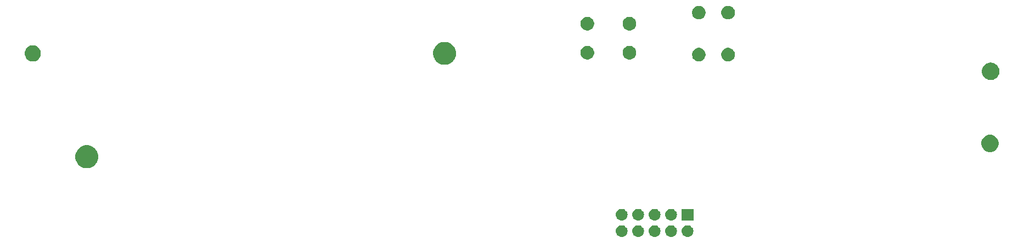
<source format=gbr>
G04 #@! TF.GenerationSoftware,KiCad,Pcbnew,5.0.2-bee76a0~70~ubuntu18.10.1*
G04 #@! TF.CreationDate,2019-05-29T11:20:30+10:00*
G04 #@! TF.ProjectId,ecig,65636967-2e6b-4696-9361-645f70636258,rev?*
G04 #@! TF.SameCoordinates,Original*
G04 #@! TF.FileFunction,Soldermask,Bot*
G04 #@! TF.FilePolarity,Negative*
%FSLAX46Y46*%
G04 Gerber Fmt 4.6, Leading zero omitted, Abs format (unit mm)*
G04 Created by KiCad (PCBNEW 5.0.2-bee76a0~70~ubuntu18.10.1) date Wed 29 May 2019 11:20:30 AEST*
%MOMM*%
%LPD*%
G01*
G04 APERTURE LIST*
%ADD10C,0.100000*%
G04 APERTURE END LIST*
D10*
G36*
X164670443Y-110095519D02*
X164736627Y-110102037D01*
X164849853Y-110136384D01*
X164906467Y-110153557D01*
X165045087Y-110227652D01*
X165062991Y-110237222D01*
X165098729Y-110266552D01*
X165200186Y-110349814D01*
X165283448Y-110451271D01*
X165312778Y-110487009D01*
X165312779Y-110487011D01*
X165396443Y-110643533D01*
X165396443Y-110643534D01*
X165447963Y-110813373D01*
X165465359Y-110990000D01*
X165447963Y-111166627D01*
X165413616Y-111279853D01*
X165396443Y-111336467D01*
X165322348Y-111475087D01*
X165312778Y-111492991D01*
X165283448Y-111528729D01*
X165200186Y-111630186D01*
X165098729Y-111713448D01*
X165062991Y-111742778D01*
X165062989Y-111742779D01*
X164906467Y-111826443D01*
X164849853Y-111843616D01*
X164736627Y-111877963D01*
X164670442Y-111884482D01*
X164604260Y-111891000D01*
X164515740Y-111891000D01*
X164449558Y-111884482D01*
X164383373Y-111877963D01*
X164270147Y-111843616D01*
X164213533Y-111826443D01*
X164057011Y-111742779D01*
X164057009Y-111742778D01*
X164021271Y-111713448D01*
X163919814Y-111630186D01*
X163836552Y-111528729D01*
X163807222Y-111492991D01*
X163797652Y-111475087D01*
X163723557Y-111336467D01*
X163706384Y-111279853D01*
X163672037Y-111166627D01*
X163654641Y-110990000D01*
X163672037Y-110813373D01*
X163723557Y-110643534D01*
X163723557Y-110643533D01*
X163807221Y-110487011D01*
X163807222Y-110487009D01*
X163836552Y-110451271D01*
X163919814Y-110349814D01*
X164021271Y-110266552D01*
X164057009Y-110237222D01*
X164074913Y-110227652D01*
X164213533Y-110153557D01*
X164270147Y-110136384D01*
X164383373Y-110102037D01*
X164449557Y-110095519D01*
X164515740Y-110089000D01*
X164604260Y-110089000D01*
X164670443Y-110095519D01*
X164670443Y-110095519D01*
G37*
G36*
X159590443Y-110095519D02*
X159656627Y-110102037D01*
X159769853Y-110136384D01*
X159826467Y-110153557D01*
X159965087Y-110227652D01*
X159982991Y-110237222D01*
X160018729Y-110266552D01*
X160120186Y-110349814D01*
X160203448Y-110451271D01*
X160232778Y-110487009D01*
X160232779Y-110487011D01*
X160316443Y-110643533D01*
X160316443Y-110643534D01*
X160367963Y-110813373D01*
X160385359Y-110990000D01*
X160367963Y-111166627D01*
X160333616Y-111279853D01*
X160316443Y-111336467D01*
X160242348Y-111475087D01*
X160232778Y-111492991D01*
X160203448Y-111528729D01*
X160120186Y-111630186D01*
X160018729Y-111713448D01*
X159982991Y-111742778D01*
X159982989Y-111742779D01*
X159826467Y-111826443D01*
X159769853Y-111843616D01*
X159656627Y-111877963D01*
X159590442Y-111884482D01*
X159524260Y-111891000D01*
X159435740Y-111891000D01*
X159369558Y-111884482D01*
X159303373Y-111877963D01*
X159190147Y-111843616D01*
X159133533Y-111826443D01*
X158977011Y-111742779D01*
X158977009Y-111742778D01*
X158941271Y-111713448D01*
X158839814Y-111630186D01*
X158756552Y-111528729D01*
X158727222Y-111492991D01*
X158717652Y-111475087D01*
X158643557Y-111336467D01*
X158626384Y-111279853D01*
X158592037Y-111166627D01*
X158574641Y-110990000D01*
X158592037Y-110813373D01*
X158643557Y-110643534D01*
X158643557Y-110643533D01*
X158727221Y-110487011D01*
X158727222Y-110487009D01*
X158756552Y-110451271D01*
X158839814Y-110349814D01*
X158941271Y-110266552D01*
X158977009Y-110237222D01*
X158994913Y-110227652D01*
X159133533Y-110153557D01*
X159190147Y-110136384D01*
X159303373Y-110102037D01*
X159369557Y-110095519D01*
X159435740Y-110089000D01*
X159524260Y-110089000D01*
X159590443Y-110095519D01*
X159590443Y-110095519D01*
G37*
G36*
X157050443Y-110095519D02*
X157116627Y-110102037D01*
X157229853Y-110136384D01*
X157286467Y-110153557D01*
X157425087Y-110227652D01*
X157442991Y-110237222D01*
X157478729Y-110266552D01*
X157580186Y-110349814D01*
X157663448Y-110451271D01*
X157692778Y-110487009D01*
X157692779Y-110487011D01*
X157776443Y-110643533D01*
X157776443Y-110643534D01*
X157827963Y-110813373D01*
X157845359Y-110990000D01*
X157827963Y-111166627D01*
X157793616Y-111279853D01*
X157776443Y-111336467D01*
X157702348Y-111475087D01*
X157692778Y-111492991D01*
X157663448Y-111528729D01*
X157580186Y-111630186D01*
X157478729Y-111713448D01*
X157442991Y-111742778D01*
X157442989Y-111742779D01*
X157286467Y-111826443D01*
X157229853Y-111843616D01*
X157116627Y-111877963D01*
X157050442Y-111884482D01*
X156984260Y-111891000D01*
X156895740Y-111891000D01*
X156829558Y-111884482D01*
X156763373Y-111877963D01*
X156650147Y-111843616D01*
X156593533Y-111826443D01*
X156437011Y-111742779D01*
X156437009Y-111742778D01*
X156401271Y-111713448D01*
X156299814Y-111630186D01*
X156216552Y-111528729D01*
X156187222Y-111492991D01*
X156177652Y-111475087D01*
X156103557Y-111336467D01*
X156086384Y-111279853D01*
X156052037Y-111166627D01*
X156034641Y-110990000D01*
X156052037Y-110813373D01*
X156103557Y-110643534D01*
X156103557Y-110643533D01*
X156187221Y-110487011D01*
X156187222Y-110487009D01*
X156216552Y-110451271D01*
X156299814Y-110349814D01*
X156401271Y-110266552D01*
X156437009Y-110237222D01*
X156454913Y-110227652D01*
X156593533Y-110153557D01*
X156650147Y-110136384D01*
X156763373Y-110102037D01*
X156829557Y-110095519D01*
X156895740Y-110089000D01*
X156984260Y-110089000D01*
X157050443Y-110095519D01*
X157050443Y-110095519D01*
G37*
G36*
X154510443Y-110095519D02*
X154576627Y-110102037D01*
X154689853Y-110136384D01*
X154746467Y-110153557D01*
X154885087Y-110227652D01*
X154902991Y-110237222D01*
X154938729Y-110266552D01*
X155040186Y-110349814D01*
X155123448Y-110451271D01*
X155152778Y-110487009D01*
X155152779Y-110487011D01*
X155236443Y-110643533D01*
X155236443Y-110643534D01*
X155287963Y-110813373D01*
X155305359Y-110990000D01*
X155287963Y-111166627D01*
X155253616Y-111279853D01*
X155236443Y-111336467D01*
X155162348Y-111475087D01*
X155152778Y-111492991D01*
X155123448Y-111528729D01*
X155040186Y-111630186D01*
X154938729Y-111713448D01*
X154902991Y-111742778D01*
X154902989Y-111742779D01*
X154746467Y-111826443D01*
X154689853Y-111843616D01*
X154576627Y-111877963D01*
X154510442Y-111884482D01*
X154444260Y-111891000D01*
X154355740Y-111891000D01*
X154289558Y-111884482D01*
X154223373Y-111877963D01*
X154110147Y-111843616D01*
X154053533Y-111826443D01*
X153897011Y-111742779D01*
X153897009Y-111742778D01*
X153861271Y-111713448D01*
X153759814Y-111630186D01*
X153676552Y-111528729D01*
X153647222Y-111492991D01*
X153637652Y-111475087D01*
X153563557Y-111336467D01*
X153546384Y-111279853D01*
X153512037Y-111166627D01*
X153494641Y-110990000D01*
X153512037Y-110813373D01*
X153563557Y-110643534D01*
X153563557Y-110643533D01*
X153647221Y-110487011D01*
X153647222Y-110487009D01*
X153676552Y-110451271D01*
X153759814Y-110349814D01*
X153861271Y-110266552D01*
X153897009Y-110237222D01*
X153914913Y-110227652D01*
X154053533Y-110153557D01*
X154110147Y-110136384D01*
X154223373Y-110102037D01*
X154289557Y-110095519D01*
X154355740Y-110089000D01*
X154444260Y-110089000D01*
X154510443Y-110095519D01*
X154510443Y-110095519D01*
G37*
G36*
X162130443Y-110095519D02*
X162196627Y-110102037D01*
X162309853Y-110136384D01*
X162366467Y-110153557D01*
X162505087Y-110227652D01*
X162522991Y-110237222D01*
X162558729Y-110266552D01*
X162660186Y-110349814D01*
X162743448Y-110451271D01*
X162772778Y-110487009D01*
X162772779Y-110487011D01*
X162856443Y-110643533D01*
X162856443Y-110643534D01*
X162907963Y-110813373D01*
X162925359Y-110990000D01*
X162907963Y-111166627D01*
X162873616Y-111279853D01*
X162856443Y-111336467D01*
X162782348Y-111475087D01*
X162772778Y-111492991D01*
X162743448Y-111528729D01*
X162660186Y-111630186D01*
X162558729Y-111713448D01*
X162522991Y-111742778D01*
X162522989Y-111742779D01*
X162366467Y-111826443D01*
X162309853Y-111843616D01*
X162196627Y-111877963D01*
X162130442Y-111884482D01*
X162064260Y-111891000D01*
X161975740Y-111891000D01*
X161909558Y-111884482D01*
X161843373Y-111877963D01*
X161730147Y-111843616D01*
X161673533Y-111826443D01*
X161517011Y-111742779D01*
X161517009Y-111742778D01*
X161481271Y-111713448D01*
X161379814Y-111630186D01*
X161296552Y-111528729D01*
X161267222Y-111492991D01*
X161257652Y-111475087D01*
X161183557Y-111336467D01*
X161166384Y-111279853D01*
X161132037Y-111166627D01*
X161114641Y-110990000D01*
X161132037Y-110813373D01*
X161183557Y-110643534D01*
X161183557Y-110643533D01*
X161267221Y-110487011D01*
X161267222Y-110487009D01*
X161296552Y-110451271D01*
X161379814Y-110349814D01*
X161481271Y-110266552D01*
X161517009Y-110237222D01*
X161534913Y-110227652D01*
X161673533Y-110153557D01*
X161730147Y-110136384D01*
X161843373Y-110102037D01*
X161909557Y-110095519D01*
X161975740Y-110089000D01*
X162064260Y-110089000D01*
X162130443Y-110095519D01*
X162130443Y-110095519D01*
G37*
G36*
X157050442Y-107555518D02*
X157116627Y-107562037D01*
X157229853Y-107596384D01*
X157286467Y-107613557D01*
X157425087Y-107687652D01*
X157442991Y-107697222D01*
X157478729Y-107726552D01*
X157580186Y-107809814D01*
X157663448Y-107911271D01*
X157692778Y-107947009D01*
X157692779Y-107947011D01*
X157776443Y-108103533D01*
X157776443Y-108103534D01*
X157827963Y-108273373D01*
X157845359Y-108450000D01*
X157827963Y-108626627D01*
X157793616Y-108739853D01*
X157776443Y-108796467D01*
X157702348Y-108935087D01*
X157692778Y-108952991D01*
X157663448Y-108988729D01*
X157580186Y-109090186D01*
X157478729Y-109173448D01*
X157442991Y-109202778D01*
X157442989Y-109202779D01*
X157286467Y-109286443D01*
X157229853Y-109303616D01*
X157116627Y-109337963D01*
X157050443Y-109344481D01*
X156984260Y-109351000D01*
X156895740Y-109351000D01*
X156829557Y-109344481D01*
X156763373Y-109337963D01*
X156650147Y-109303616D01*
X156593533Y-109286443D01*
X156437011Y-109202779D01*
X156437009Y-109202778D01*
X156401271Y-109173448D01*
X156299814Y-109090186D01*
X156216552Y-108988729D01*
X156187222Y-108952991D01*
X156177652Y-108935087D01*
X156103557Y-108796467D01*
X156086384Y-108739853D01*
X156052037Y-108626627D01*
X156034641Y-108450000D01*
X156052037Y-108273373D01*
X156103557Y-108103534D01*
X156103557Y-108103533D01*
X156187221Y-107947011D01*
X156187222Y-107947009D01*
X156216552Y-107911271D01*
X156299814Y-107809814D01*
X156401271Y-107726552D01*
X156437009Y-107697222D01*
X156454913Y-107687652D01*
X156593533Y-107613557D01*
X156650147Y-107596384D01*
X156763373Y-107562037D01*
X156829558Y-107555518D01*
X156895740Y-107549000D01*
X156984260Y-107549000D01*
X157050442Y-107555518D01*
X157050442Y-107555518D01*
G37*
G36*
X165461000Y-109351000D02*
X163659000Y-109351000D01*
X163659000Y-107549000D01*
X165461000Y-107549000D01*
X165461000Y-109351000D01*
X165461000Y-109351000D01*
G37*
G36*
X162130442Y-107555518D02*
X162196627Y-107562037D01*
X162309853Y-107596384D01*
X162366467Y-107613557D01*
X162505087Y-107687652D01*
X162522991Y-107697222D01*
X162558729Y-107726552D01*
X162660186Y-107809814D01*
X162743448Y-107911271D01*
X162772778Y-107947009D01*
X162772779Y-107947011D01*
X162856443Y-108103533D01*
X162856443Y-108103534D01*
X162907963Y-108273373D01*
X162925359Y-108450000D01*
X162907963Y-108626627D01*
X162873616Y-108739853D01*
X162856443Y-108796467D01*
X162782348Y-108935087D01*
X162772778Y-108952991D01*
X162743448Y-108988729D01*
X162660186Y-109090186D01*
X162558729Y-109173448D01*
X162522991Y-109202778D01*
X162522989Y-109202779D01*
X162366467Y-109286443D01*
X162309853Y-109303616D01*
X162196627Y-109337963D01*
X162130443Y-109344481D01*
X162064260Y-109351000D01*
X161975740Y-109351000D01*
X161909557Y-109344481D01*
X161843373Y-109337963D01*
X161730147Y-109303616D01*
X161673533Y-109286443D01*
X161517011Y-109202779D01*
X161517009Y-109202778D01*
X161481271Y-109173448D01*
X161379814Y-109090186D01*
X161296552Y-108988729D01*
X161267222Y-108952991D01*
X161257652Y-108935087D01*
X161183557Y-108796467D01*
X161166384Y-108739853D01*
X161132037Y-108626627D01*
X161114641Y-108450000D01*
X161132037Y-108273373D01*
X161183557Y-108103534D01*
X161183557Y-108103533D01*
X161267221Y-107947011D01*
X161267222Y-107947009D01*
X161296552Y-107911271D01*
X161379814Y-107809814D01*
X161481271Y-107726552D01*
X161517009Y-107697222D01*
X161534913Y-107687652D01*
X161673533Y-107613557D01*
X161730147Y-107596384D01*
X161843373Y-107562037D01*
X161909558Y-107555518D01*
X161975740Y-107549000D01*
X162064260Y-107549000D01*
X162130442Y-107555518D01*
X162130442Y-107555518D01*
G37*
G36*
X159590442Y-107555518D02*
X159656627Y-107562037D01*
X159769853Y-107596384D01*
X159826467Y-107613557D01*
X159965087Y-107687652D01*
X159982991Y-107697222D01*
X160018729Y-107726552D01*
X160120186Y-107809814D01*
X160203448Y-107911271D01*
X160232778Y-107947009D01*
X160232779Y-107947011D01*
X160316443Y-108103533D01*
X160316443Y-108103534D01*
X160367963Y-108273373D01*
X160385359Y-108450000D01*
X160367963Y-108626627D01*
X160333616Y-108739853D01*
X160316443Y-108796467D01*
X160242348Y-108935087D01*
X160232778Y-108952991D01*
X160203448Y-108988729D01*
X160120186Y-109090186D01*
X160018729Y-109173448D01*
X159982991Y-109202778D01*
X159982989Y-109202779D01*
X159826467Y-109286443D01*
X159769853Y-109303616D01*
X159656627Y-109337963D01*
X159590443Y-109344481D01*
X159524260Y-109351000D01*
X159435740Y-109351000D01*
X159369557Y-109344481D01*
X159303373Y-109337963D01*
X159190147Y-109303616D01*
X159133533Y-109286443D01*
X158977011Y-109202779D01*
X158977009Y-109202778D01*
X158941271Y-109173448D01*
X158839814Y-109090186D01*
X158756552Y-108988729D01*
X158727222Y-108952991D01*
X158717652Y-108935087D01*
X158643557Y-108796467D01*
X158626384Y-108739853D01*
X158592037Y-108626627D01*
X158574641Y-108450000D01*
X158592037Y-108273373D01*
X158643557Y-108103534D01*
X158643557Y-108103533D01*
X158727221Y-107947011D01*
X158727222Y-107947009D01*
X158756552Y-107911271D01*
X158839814Y-107809814D01*
X158941271Y-107726552D01*
X158977009Y-107697222D01*
X158994913Y-107687652D01*
X159133533Y-107613557D01*
X159190147Y-107596384D01*
X159303373Y-107562037D01*
X159369558Y-107555518D01*
X159435740Y-107549000D01*
X159524260Y-107549000D01*
X159590442Y-107555518D01*
X159590442Y-107555518D01*
G37*
G36*
X154510442Y-107555518D02*
X154576627Y-107562037D01*
X154689853Y-107596384D01*
X154746467Y-107613557D01*
X154885087Y-107687652D01*
X154902991Y-107697222D01*
X154938729Y-107726552D01*
X155040186Y-107809814D01*
X155123448Y-107911271D01*
X155152778Y-107947009D01*
X155152779Y-107947011D01*
X155236443Y-108103533D01*
X155236443Y-108103534D01*
X155287963Y-108273373D01*
X155305359Y-108450000D01*
X155287963Y-108626627D01*
X155253616Y-108739853D01*
X155236443Y-108796467D01*
X155162348Y-108935087D01*
X155152778Y-108952991D01*
X155123448Y-108988729D01*
X155040186Y-109090186D01*
X154938729Y-109173448D01*
X154902991Y-109202778D01*
X154902989Y-109202779D01*
X154746467Y-109286443D01*
X154689853Y-109303616D01*
X154576627Y-109337963D01*
X154510443Y-109344481D01*
X154444260Y-109351000D01*
X154355740Y-109351000D01*
X154289557Y-109344481D01*
X154223373Y-109337963D01*
X154110147Y-109303616D01*
X154053533Y-109286443D01*
X153897011Y-109202779D01*
X153897009Y-109202778D01*
X153861271Y-109173448D01*
X153759814Y-109090186D01*
X153676552Y-108988729D01*
X153647222Y-108952991D01*
X153637652Y-108935087D01*
X153563557Y-108796467D01*
X153546384Y-108739853D01*
X153512037Y-108626627D01*
X153494641Y-108450000D01*
X153512037Y-108273373D01*
X153563557Y-108103534D01*
X153563557Y-108103533D01*
X153647221Y-107947011D01*
X153647222Y-107947009D01*
X153676552Y-107911271D01*
X153759814Y-107809814D01*
X153861271Y-107726552D01*
X153897009Y-107697222D01*
X153914913Y-107687652D01*
X154053533Y-107613557D01*
X154110147Y-107596384D01*
X154223373Y-107562037D01*
X154289558Y-107555518D01*
X154355740Y-107549000D01*
X154444260Y-107549000D01*
X154510442Y-107555518D01*
X154510442Y-107555518D01*
G37*
G36*
X72388037Y-97792250D02*
X72388039Y-97792251D01*
X72388040Y-97792251D01*
X72711251Y-97926129D01*
X72998213Y-98117871D01*
X73002137Y-98120493D01*
X73249507Y-98367863D01*
X73249509Y-98367866D01*
X73443871Y-98658749D01*
X73577749Y-98981960D01*
X73646000Y-99325079D01*
X73646000Y-99674921D01*
X73577749Y-100018040D01*
X73443871Y-100341251D01*
X73443870Y-100341252D01*
X73249507Y-100632137D01*
X73002137Y-100879507D01*
X73002134Y-100879509D01*
X72711251Y-101073871D01*
X72388040Y-101207749D01*
X72388039Y-101207749D01*
X72388037Y-101207750D01*
X72044922Y-101276000D01*
X71695078Y-101276000D01*
X71351963Y-101207750D01*
X71351961Y-101207749D01*
X71351960Y-101207749D01*
X71028749Y-101073871D01*
X70737866Y-100879509D01*
X70737863Y-100879507D01*
X70490493Y-100632137D01*
X70296130Y-100341252D01*
X70296129Y-100341251D01*
X70162251Y-100018040D01*
X70094000Y-99674921D01*
X70094000Y-99325079D01*
X70162251Y-98981960D01*
X70296129Y-98658749D01*
X70490491Y-98367866D01*
X70490493Y-98367863D01*
X70737863Y-98120493D01*
X70741787Y-98117871D01*
X71028749Y-97926129D01*
X71351960Y-97792251D01*
X71351961Y-97792251D01*
X71351963Y-97792250D01*
X71695078Y-97724000D01*
X72044922Y-97724000D01*
X72388037Y-97792250D01*
X72388037Y-97792250D01*
G37*
G36*
X211483567Y-96094959D02*
X211614072Y-96120918D01*
X211859939Y-96222759D01*
X212080464Y-96370110D01*
X212081215Y-96370612D01*
X212269388Y-96558785D01*
X212269390Y-96558788D01*
X212417241Y-96780061D01*
X212519082Y-97025928D01*
X212571000Y-97286938D01*
X212571000Y-97553062D01*
X212519082Y-97814072D01*
X212417241Y-98059939D01*
X212269890Y-98280464D01*
X212269388Y-98281215D01*
X212081215Y-98469388D01*
X212081212Y-98469390D01*
X211859939Y-98617241D01*
X211614072Y-98719082D01*
X211483567Y-98745041D01*
X211353063Y-98771000D01*
X211086937Y-98771000D01*
X210956433Y-98745041D01*
X210825928Y-98719082D01*
X210580061Y-98617241D01*
X210358788Y-98469390D01*
X210358785Y-98469388D01*
X210170612Y-98281215D01*
X210170110Y-98280464D01*
X210022759Y-98059939D01*
X209920918Y-97814072D01*
X209869000Y-97553062D01*
X209869000Y-97286938D01*
X209920918Y-97025928D01*
X210022759Y-96780061D01*
X210170610Y-96558788D01*
X210170612Y-96558785D01*
X210358785Y-96370612D01*
X210359536Y-96370110D01*
X210580061Y-96222759D01*
X210825928Y-96120918D01*
X210956433Y-96094959D01*
X211086937Y-96069000D01*
X211353063Y-96069000D01*
X211483567Y-96094959D01*
X211483567Y-96094959D01*
G37*
G36*
X211583567Y-84944959D02*
X211714072Y-84970918D01*
X211959939Y-85072759D01*
X212161964Y-85207749D01*
X212181215Y-85220612D01*
X212369388Y-85408785D01*
X212369390Y-85408788D01*
X212517241Y-85630061D01*
X212619082Y-85875928D01*
X212671000Y-86136938D01*
X212671000Y-86403062D01*
X212619082Y-86664072D01*
X212517241Y-86909939D01*
X212369890Y-87130464D01*
X212369388Y-87131215D01*
X212181215Y-87319388D01*
X212181212Y-87319390D01*
X211959939Y-87467241D01*
X211714072Y-87569082D01*
X211583567Y-87595041D01*
X211453063Y-87621000D01*
X211186937Y-87621000D01*
X211056433Y-87595041D01*
X210925928Y-87569082D01*
X210680061Y-87467241D01*
X210458788Y-87319390D01*
X210458785Y-87319388D01*
X210270612Y-87131215D01*
X210270110Y-87130464D01*
X210122759Y-86909939D01*
X210020918Y-86664072D01*
X209969000Y-86403062D01*
X209969000Y-86136938D01*
X210020918Y-85875928D01*
X210122759Y-85630061D01*
X210270610Y-85408788D01*
X210270612Y-85408785D01*
X210458785Y-85220612D01*
X210478036Y-85207749D01*
X210680061Y-85072759D01*
X210925928Y-84970918D01*
X211056433Y-84944959D01*
X211186937Y-84919000D01*
X211453063Y-84919000D01*
X211583567Y-84944959D01*
X211583567Y-84944959D01*
G37*
G36*
X127588037Y-81792250D02*
X127588039Y-81792251D01*
X127588040Y-81792251D01*
X127911251Y-81926129D01*
X127911252Y-81926130D01*
X128202137Y-82120493D01*
X128449507Y-82367863D01*
X128449509Y-82367866D01*
X128643871Y-82658749D01*
X128777749Y-82981960D01*
X128777750Y-82981963D01*
X128846000Y-83325078D01*
X128846000Y-83674922D01*
X128801660Y-83897835D01*
X128777749Y-84018040D01*
X128643871Y-84341251D01*
X128597527Y-84410610D01*
X128449507Y-84632137D01*
X128202137Y-84879507D01*
X128202134Y-84879509D01*
X127911251Y-85073871D01*
X127588040Y-85207749D01*
X127588039Y-85207749D01*
X127588037Y-85207750D01*
X127244922Y-85276000D01*
X126895078Y-85276000D01*
X126551963Y-85207750D01*
X126551961Y-85207749D01*
X126551960Y-85207749D01*
X126228749Y-85073871D01*
X125937866Y-84879509D01*
X125937863Y-84879507D01*
X125690493Y-84632137D01*
X125542473Y-84410610D01*
X125496129Y-84341251D01*
X125362251Y-84018040D01*
X125338341Y-83897835D01*
X125294000Y-83674922D01*
X125294000Y-83325078D01*
X125362250Y-82981963D01*
X125362251Y-82981960D01*
X125496129Y-82658749D01*
X125690491Y-82367866D01*
X125690493Y-82367863D01*
X125937863Y-82120493D01*
X126228748Y-81926130D01*
X126228749Y-81926129D01*
X126551960Y-81792251D01*
X126551961Y-81792251D01*
X126551963Y-81792250D01*
X126895078Y-81724000D01*
X127244922Y-81724000D01*
X127588037Y-81792250D01*
X127588037Y-81792250D01*
G37*
G36*
X171106565Y-82689389D02*
X171297834Y-82768615D01*
X171469976Y-82883637D01*
X171616363Y-83030024D01*
X171731385Y-83202166D01*
X171810611Y-83393435D01*
X171851000Y-83596484D01*
X171851000Y-83803516D01*
X171810611Y-84006565D01*
X171731385Y-84197834D01*
X171616363Y-84369976D01*
X171469976Y-84516363D01*
X171297834Y-84631385D01*
X171106565Y-84710611D01*
X170903516Y-84751000D01*
X170696484Y-84751000D01*
X170493435Y-84710611D01*
X170302166Y-84631385D01*
X170130024Y-84516363D01*
X169983637Y-84369976D01*
X169868615Y-84197834D01*
X169789389Y-84006565D01*
X169749000Y-83803516D01*
X169749000Y-83596484D01*
X169789389Y-83393435D01*
X169868615Y-83202166D01*
X169983637Y-83030024D01*
X170130024Y-82883637D01*
X170302166Y-82768615D01*
X170493435Y-82689389D01*
X170696484Y-82649000D01*
X170903516Y-82649000D01*
X171106565Y-82689389D01*
X171106565Y-82689389D01*
G37*
G36*
X166606565Y-82689389D02*
X166797834Y-82768615D01*
X166969976Y-82883637D01*
X167116363Y-83030024D01*
X167231385Y-83202166D01*
X167310611Y-83393435D01*
X167351000Y-83596484D01*
X167351000Y-83803516D01*
X167310611Y-84006565D01*
X167231385Y-84197834D01*
X167116363Y-84369976D01*
X166969976Y-84516363D01*
X166797834Y-84631385D01*
X166606565Y-84710611D01*
X166403516Y-84751000D01*
X166196484Y-84751000D01*
X165993435Y-84710611D01*
X165802166Y-84631385D01*
X165630024Y-84516363D01*
X165483637Y-84369976D01*
X165368615Y-84197834D01*
X165289389Y-84006565D01*
X165249000Y-83803516D01*
X165249000Y-83596484D01*
X165289389Y-83393435D01*
X165368615Y-83202166D01*
X165483637Y-83030024D01*
X165630024Y-82883637D01*
X165802166Y-82768615D01*
X165993435Y-82689389D01*
X166196484Y-82649000D01*
X166403516Y-82649000D01*
X166606565Y-82689389D01*
X166606565Y-82689389D01*
G37*
G36*
X63903443Y-82301882D02*
X64130203Y-82395809D01*
X64212167Y-82450576D01*
X64334279Y-82532168D01*
X64507832Y-82705721D01*
X64589424Y-82827833D01*
X64644191Y-82909797D01*
X64738118Y-83136557D01*
X64786000Y-83377278D01*
X64786000Y-83622722D01*
X64738118Y-83863443D01*
X64644191Y-84090203D01*
X64589424Y-84172167D01*
X64507832Y-84294279D01*
X64334279Y-84467832D01*
X64212167Y-84549424D01*
X64130203Y-84604191D01*
X63903443Y-84698118D01*
X63662722Y-84746000D01*
X63417278Y-84746000D01*
X63176557Y-84698118D01*
X62949797Y-84604191D01*
X62867833Y-84549424D01*
X62745721Y-84467832D01*
X62572168Y-84294279D01*
X62490576Y-84172167D01*
X62435809Y-84090203D01*
X62341882Y-83863443D01*
X62294000Y-83622722D01*
X62294000Y-83377278D01*
X62341882Y-83136557D01*
X62435809Y-82909797D01*
X62490576Y-82827833D01*
X62572168Y-82705721D01*
X62745721Y-82532168D01*
X62867833Y-82450576D01*
X62949797Y-82395809D01*
X63176557Y-82301882D01*
X63417278Y-82254000D01*
X63662722Y-82254000D01*
X63903443Y-82301882D01*
X63903443Y-82301882D01*
G37*
G36*
X149406565Y-82389389D02*
X149597834Y-82468615D01*
X149769976Y-82583637D01*
X149916363Y-82730024D01*
X150031385Y-82902166D01*
X150110611Y-83093435D01*
X150151000Y-83296484D01*
X150151000Y-83503516D01*
X150110611Y-83706565D01*
X150031385Y-83897834D01*
X149916363Y-84069976D01*
X149769976Y-84216363D01*
X149597834Y-84331385D01*
X149406565Y-84410611D01*
X149203516Y-84451000D01*
X148996484Y-84451000D01*
X148793435Y-84410611D01*
X148602166Y-84331385D01*
X148430024Y-84216363D01*
X148283637Y-84069976D01*
X148168615Y-83897834D01*
X148089389Y-83706565D01*
X148049000Y-83503516D01*
X148049000Y-83296484D01*
X148089389Y-83093435D01*
X148168615Y-82902166D01*
X148283637Y-82730024D01*
X148430024Y-82583637D01*
X148602166Y-82468615D01*
X148793435Y-82389389D01*
X148996484Y-82349000D01*
X149203516Y-82349000D01*
X149406565Y-82389389D01*
X149406565Y-82389389D01*
G37*
G36*
X155906565Y-82389389D02*
X156097834Y-82468615D01*
X156269976Y-82583637D01*
X156416363Y-82730024D01*
X156531385Y-82902166D01*
X156610611Y-83093435D01*
X156651000Y-83296484D01*
X156651000Y-83503516D01*
X156610611Y-83706565D01*
X156531385Y-83897834D01*
X156416363Y-84069976D01*
X156269976Y-84216363D01*
X156097834Y-84331385D01*
X155906565Y-84410611D01*
X155703516Y-84451000D01*
X155496484Y-84451000D01*
X155293435Y-84410611D01*
X155102166Y-84331385D01*
X154930024Y-84216363D01*
X154783637Y-84069976D01*
X154668615Y-83897834D01*
X154589389Y-83706565D01*
X154549000Y-83503516D01*
X154549000Y-83296484D01*
X154589389Y-83093435D01*
X154668615Y-82902166D01*
X154783637Y-82730024D01*
X154930024Y-82583637D01*
X155102166Y-82468615D01*
X155293435Y-82389389D01*
X155496484Y-82349000D01*
X155703516Y-82349000D01*
X155906565Y-82389389D01*
X155906565Y-82389389D01*
G37*
G36*
X155906565Y-77889389D02*
X156097834Y-77968615D01*
X156269976Y-78083637D01*
X156416363Y-78230024D01*
X156531385Y-78402166D01*
X156610611Y-78593435D01*
X156651000Y-78796484D01*
X156651000Y-79003516D01*
X156610611Y-79206565D01*
X156531385Y-79397834D01*
X156416363Y-79569976D01*
X156269976Y-79716363D01*
X156097834Y-79831385D01*
X155906565Y-79910611D01*
X155703516Y-79951000D01*
X155496484Y-79951000D01*
X155293435Y-79910611D01*
X155102166Y-79831385D01*
X154930024Y-79716363D01*
X154783637Y-79569976D01*
X154668615Y-79397834D01*
X154589389Y-79206565D01*
X154549000Y-79003516D01*
X154549000Y-78796484D01*
X154589389Y-78593435D01*
X154668615Y-78402166D01*
X154783637Y-78230024D01*
X154930024Y-78083637D01*
X155102166Y-77968615D01*
X155293435Y-77889389D01*
X155496484Y-77849000D01*
X155703516Y-77849000D01*
X155906565Y-77889389D01*
X155906565Y-77889389D01*
G37*
G36*
X149406565Y-77889389D02*
X149597834Y-77968615D01*
X149769976Y-78083637D01*
X149916363Y-78230024D01*
X150031385Y-78402166D01*
X150110611Y-78593435D01*
X150151000Y-78796484D01*
X150151000Y-79003516D01*
X150110611Y-79206565D01*
X150031385Y-79397834D01*
X149916363Y-79569976D01*
X149769976Y-79716363D01*
X149597834Y-79831385D01*
X149406565Y-79910611D01*
X149203516Y-79951000D01*
X148996484Y-79951000D01*
X148793435Y-79910611D01*
X148602166Y-79831385D01*
X148430024Y-79716363D01*
X148283637Y-79569976D01*
X148168615Y-79397834D01*
X148089389Y-79206565D01*
X148049000Y-79003516D01*
X148049000Y-78796484D01*
X148089389Y-78593435D01*
X148168615Y-78402166D01*
X148283637Y-78230024D01*
X148430024Y-78083637D01*
X148602166Y-77968615D01*
X148793435Y-77889389D01*
X148996484Y-77849000D01*
X149203516Y-77849000D01*
X149406565Y-77889389D01*
X149406565Y-77889389D01*
G37*
G36*
X166606565Y-76189389D02*
X166797834Y-76268615D01*
X166969976Y-76383637D01*
X167116363Y-76530024D01*
X167231385Y-76702166D01*
X167310611Y-76893435D01*
X167351000Y-77096484D01*
X167351000Y-77303516D01*
X167310611Y-77506565D01*
X167231385Y-77697834D01*
X167116363Y-77869976D01*
X166969976Y-78016363D01*
X166797834Y-78131385D01*
X166606565Y-78210611D01*
X166403516Y-78251000D01*
X166196484Y-78251000D01*
X165993435Y-78210611D01*
X165802166Y-78131385D01*
X165630024Y-78016363D01*
X165483637Y-77869976D01*
X165368615Y-77697834D01*
X165289389Y-77506565D01*
X165249000Y-77303516D01*
X165249000Y-77096484D01*
X165289389Y-76893435D01*
X165368615Y-76702166D01*
X165483637Y-76530024D01*
X165630024Y-76383637D01*
X165802166Y-76268615D01*
X165993435Y-76189389D01*
X166196484Y-76149000D01*
X166403516Y-76149000D01*
X166606565Y-76189389D01*
X166606565Y-76189389D01*
G37*
G36*
X171106565Y-76189389D02*
X171297834Y-76268615D01*
X171469976Y-76383637D01*
X171616363Y-76530024D01*
X171731385Y-76702166D01*
X171810611Y-76893435D01*
X171851000Y-77096484D01*
X171851000Y-77303516D01*
X171810611Y-77506565D01*
X171731385Y-77697834D01*
X171616363Y-77869976D01*
X171469976Y-78016363D01*
X171297834Y-78131385D01*
X171106565Y-78210611D01*
X170903516Y-78251000D01*
X170696484Y-78251000D01*
X170493435Y-78210611D01*
X170302166Y-78131385D01*
X170130024Y-78016363D01*
X169983637Y-77869976D01*
X169868615Y-77697834D01*
X169789389Y-77506565D01*
X169749000Y-77303516D01*
X169749000Y-77096484D01*
X169789389Y-76893435D01*
X169868615Y-76702166D01*
X169983637Y-76530024D01*
X170130024Y-76383637D01*
X170302166Y-76268615D01*
X170493435Y-76189389D01*
X170696484Y-76149000D01*
X170903516Y-76149000D01*
X171106565Y-76189389D01*
X171106565Y-76189389D01*
G37*
M02*

</source>
